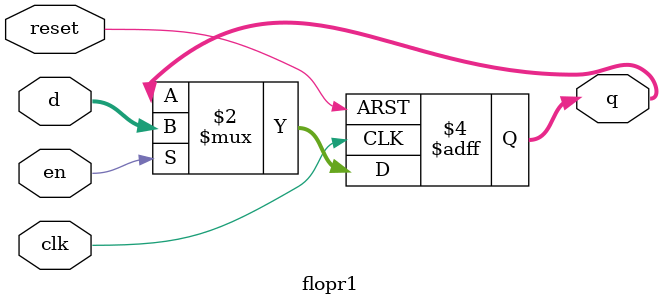
<source format=sv>
module flopr1 #(parameter WIDTH = 8)
              (input  logic clk, reset, en,
               input  logic [WIDTH-1:0] d,
               output logic [WIDTH-1:0] q);

  always_ff @(posedge clk, posedge reset)
    if (reset)
      q <= 0;                  
    else if (en)                
      q <= d;                  
endmodule
</source>
